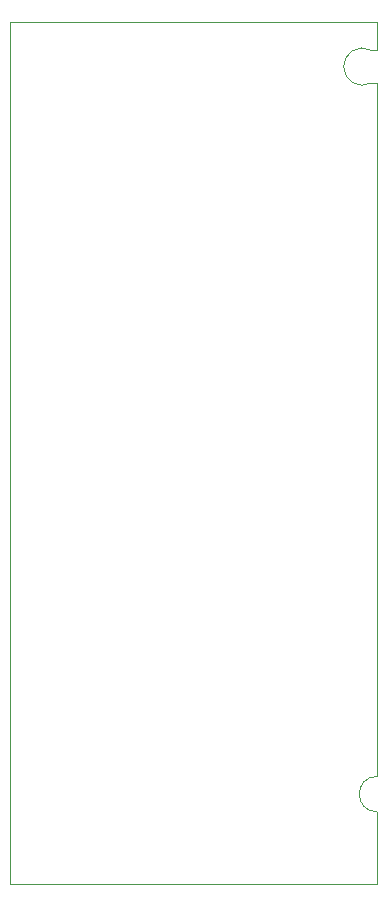
<source format=gm1>
G04 #@! TF.GenerationSoftware,KiCad,Pcbnew,(5.1.6)-1*
G04 #@! TF.CreationDate,2023-01-22T16:57:25+01:00*
G04 #@! TF.ProjectId,testing-board,74657374-696e-4672-9d62-6f6172642e6b,rev?*
G04 #@! TF.SameCoordinates,Original*
G04 #@! TF.FileFunction,Profile,NP*
%FSLAX46Y46*%
G04 Gerber Fmt 4.6, Leading zero omitted, Abs format (unit mm)*
G04 Created by KiCad (PCBNEW (5.1.6)-1) date 2023-01-22 16:57:25*
%MOMM*%
%LPD*%
G01*
G04 APERTURE LIST*
G04 #@! TA.AperFunction,Profile*
%ADD10C,0.050000*%
G04 #@! TD*
G04 APERTURE END LIST*
D10*
X145542000Y-66802000D02*
G75*
G02*
X145542000Y-64008000I-738000J1397000D01*
G01*
X146050000Y-64008000D02*
X145542000Y-64008000D01*
X146050000Y-66802000D02*
X145542000Y-66802000D01*
X146050000Y-61595000D02*
X146050000Y-64008000D01*
X146050000Y-128500000D02*
G75*
G02*
X146050000Y-125500000I0J1500000D01*
G01*
X114935000Y-61595000D02*
X123825000Y-61595000D01*
X114935000Y-63500000D02*
X114935000Y-61595000D01*
X114935000Y-98425000D02*
X114935000Y-63500000D01*
X114935000Y-134620000D02*
X114935000Y-98425000D01*
X146050000Y-61595000D02*
X123825000Y-61595000D01*
X146050000Y-125500000D02*
X146050000Y-66802000D01*
X146050000Y-134620000D02*
X146050000Y-128500000D01*
X114935000Y-134620000D02*
X146050000Y-134620000D01*
M02*

</source>
